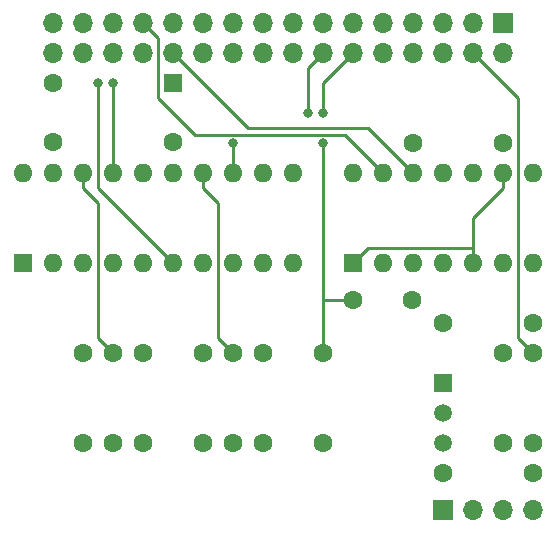
<source format=gbr>
%TF.GenerationSoftware,KiCad,Pcbnew,(6.0.5)*%
%TF.CreationDate,2022-06-01T11:59:12+02:00*%
%TF.ProjectId,ega_composite_output_feature_adapter,6567615f-6665-4617-9475-72655f616461,rev?*%
%TF.SameCoordinates,Original*%
%TF.FileFunction,Copper,L2,Bot*%
%TF.FilePolarity,Positive*%
%FSLAX46Y46*%
G04 Gerber Fmt 4.6, Leading zero omitted, Abs format (unit mm)*
G04 Created by KiCad (PCBNEW (6.0.5)) date 2022-06-01 11:59:12*
%MOMM*%
%LPD*%
G01*
G04 APERTURE LIST*
%TA.AperFunction,ComponentPad*%
%ADD10C,1.600000*%
%TD*%
%TA.AperFunction,ComponentPad*%
%ADD11R,1.700000X1.700000*%
%TD*%
%TA.AperFunction,ComponentPad*%
%ADD12O,1.700000X1.700000*%
%TD*%
%TA.AperFunction,ComponentPad*%
%ADD13R,1.600000X1.600000*%
%TD*%
%TA.AperFunction,ComponentPad*%
%ADD14R,1.500000X1.500000*%
%TD*%
%TA.AperFunction,ComponentPad*%
%ADD15C,1.500000*%
%TD*%
%TA.AperFunction,ComponentPad*%
%ADD16O,1.600000X1.600000*%
%TD*%
%TA.AperFunction,ViaPad*%
%ADD17C,0.800000*%
%TD*%
%TA.AperFunction,Conductor*%
%ADD18C,0.250000*%
%TD*%
G04 APERTURE END LIST*
D10*
%TO.P,REF\u002A\u002A,1*%
%TO.N,N/C*%
X142240000Y-93980000D03*
%TO.P,REF\u002A\u002A,2*%
X142240000Y-86360000D03*
%TD*%
D11*
%TO.P,REF\u002A\u002A,1*%
%TO.N,N/C*%
X167650000Y-99695000D03*
D12*
%TO.P,REF\u002A\u002A,2*%
X170190000Y-99695000D03*
%TO.P,REF\u002A\u002A,3*%
X172730000Y-99695000D03*
%TO.P,REF\u002A\u002A,4*%
X175270000Y-99695000D03*
%TD*%
D13*
%TO.P,REF\u002A\u002A,1*%
%TO.N,N/C*%
X144780000Y-63540000D03*
D10*
%TO.P,REF\u002A\u002A,2*%
X144780000Y-68540000D03*
%TD*%
%TO.P,REF\u002A\u002A,1*%
%TO.N,N/C*%
X147320000Y-93980000D03*
%TO.P,REF\u002A\u002A,2*%
X147320000Y-86360000D03*
%TD*%
%TO.P,REF\u002A\u002A,1*%
%TO.N,N/C*%
X137160000Y-93980000D03*
%TO.P,REF\u002A\u002A,2*%
X137160000Y-86360000D03*
%TD*%
%TO.P,REF\u002A\u002A,1*%
%TO.N,N/C*%
X149860000Y-93980000D03*
%TO.P,REF\u002A\u002A,2*%
X149860000Y-86360000D03*
%TD*%
%TO.P,REF\u002A\u002A,1*%
%TO.N,N/C*%
X134620000Y-68540000D03*
%TO.P,REF\u002A\u002A,2*%
X134620000Y-63540000D03*
%TD*%
%TO.P,REF\u002A\u002A,1*%
%TO.N,N/C*%
X172720000Y-93980000D03*
%TO.P,REF\u002A\u002A,2*%
X172720000Y-86360000D03*
%TD*%
D14*
%TO.P,REF\u002A\u002A,1*%
%TO.N,N/C*%
X167640000Y-88900000D03*
D15*
%TO.P,REF\u002A\u002A,2*%
X167640000Y-91440000D03*
%TO.P,REF\u002A\u002A,3*%
X167640000Y-93980000D03*
%TD*%
D10*
%TO.P,REF\u002A\u002A,1*%
%TO.N,N/C*%
X139700000Y-93980000D03*
%TO.P,REF\u002A\u002A,2*%
X139700000Y-86360000D03*
%TD*%
%TO.P,REF\u002A\u002A,1*%
%TO.N,N/C*%
X172720000Y-68580000D03*
%TO.P,REF\u002A\u002A,2*%
X165100000Y-68580000D03*
%TD*%
D13*
%TO.P,REF\u002A\u002A,1*%
%TO.N,N/C*%
X160020000Y-78740000D03*
D16*
%TO.P,REF\u002A\u002A,2*%
X162560000Y-78740000D03*
%TO.P,REF\u002A\u002A,3*%
X165100000Y-78740000D03*
%TO.P,REF\u002A\u002A,4*%
X167640000Y-78740000D03*
%TO.P,REF\u002A\u002A,5*%
X170180000Y-78740000D03*
%TO.P,REF\u002A\u002A,6*%
X172720000Y-78740000D03*
%TO.P,REF\u002A\u002A,7*%
X175260000Y-78740000D03*
%TO.P,REF\u002A\u002A,8*%
X175260000Y-71120000D03*
%TO.P,REF\u002A\u002A,9*%
X172720000Y-71120000D03*
%TO.P,REF\u002A\u002A,10*%
X170180000Y-71120000D03*
%TO.P,REF\u002A\u002A,11*%
X167640000Y-71120000D03*
%TO.P,REF\u002A\u002A,12*%
X165100000Y-71120000D03*
%TO.P,REF\u002A\u002A,13*%
X162560000Y-71120000D03*
%TO.P,REF\u002A\u002A,14*%
X160020000Y-71120000D03*
%TD*%
D10*
%TO.P,REF\u002A\u002A,1*%
%TO.N,N/C*%
X160020000Y-81915000D03*
%TO.P,REF\u002A\u002A,2*%
X165020000Y-81915000D03*
%TD*%
%TO.P,REF\u002A\u002A,1*%
%TO.N,N/C*%
X167640000Y-96520000D03*
%TO.P,REF\u002A\u002A,2*%
X175260000Y-96520000D03*
%TD*%
%TO.P,REF\u002A\u002A,1*%
%TO.N,N/C*%
X175260000Y-93980000D03*
%TO.P,REF\u002A\u002A,2*%
X175260000Y-86360000D03*
%TD*%
%TO.P,REF\u002A\u002A,1*%
%TO.N,N/C*%
X157480000Y-93980000D03*
%TO.P,REF\u002A\u002A,2*%
X157480000Y-86360000D03*
%TD*%
D13*
%TO.P,REF\u002A\u002A,1*%
%TO.N,N/C*%
X132080000Y-78740000D03*
D16*
%TO.P,REF\u002A\u002A,2*%
X134620000Y-78740000D03*
%TO.P,REF\u002A\u002A,3*%
X137160000Y-78740000D03*
%TO.P,REF\u002A\u002A,4*%
X139700000Y-78740000D03*
%TO.P,REF\u002A\u002A,5*%
X142240000Y-78740000D03*
%TO.P,REF\u002A\u002A,6*%
X144780000Y-78740000D03*
%TO.P,REF\u002A\u002A,7*%
X147320000Y-78740000D03*
%TO.P,REF\u002A\u002A,8*%
X149860000Y-78740000D03*
%TO.P,REF\u002A\u002A,9*%
X152400000Y-78740000D03*
%TO.P,REF\u002A\u002A,10*%
X154940000Y-78740000D03*
%TO.P,REF\u002A\u002A,11*%
X154940000Y-71120000D03*
%TO.P,REF\u002A\u002A,12*%
X152400000Y-71120000D03*
%TO.P,REF\u002A\u002A,13*%
X149860000Y-71120000D03*
%TO.P,REF\u002A\u002A,14*%
X147320000Y-71120000D03*
%TO.P,REF\u002A\u002A,15*%
X144780000Y-71120000D03*
%TO.P,REF\u002A\u002A,16*%
X142240000Y-71120000D03*
%TO.P,REF\u002A\u002A,17*%
X139700000Y-71120000D03*
%TO.P,REF\u002A\u002A,18*%
X137160000Y-71120000D03*
%TO.P,REF\u002A\u002A,19*%
X134620000Y-71120000D03*
%TO.P,REF\u002A\u002A,20*%
X132080000Y-71120000D03*
%TD*%
D10*
%TO.P,REF\u002A\u002A,1*%
%TO.N,N/C*%
X152400000Y-93980000D03*
%TO.P,REF\u002A\u002A,2*%
X152400000Y-86360000D03*
%TD*%
%TO.P,REF\u002A\u002A,1*%
%TO.N,N/C*%
X167640000Y-83820000D03*
%TO.P,REF\u002A\u002A,2*%
X175260000Y-83820000D03*
%TD*%
D11*
%TO.P,REF\u002A\u002A,1*%
%TO.N,N/C*%
X172720000Y-58415000D03*
D12*
%TO.P,REF\u002A\u002A,2*%
X172720000Y-60955000D03*
%TO.P,REF\u002A\u002A,3*%
X170180000Y-58415000D03*
%TO.P,REF\u002A\u002A,4*%
X170180000Y-60955000D03*
%TO.P,REF\u002A\u002A,5*%
X167640000Y-58415000D03*
%TO.P,REF\u002A\u002A,6*%
X167640000Y-60955000D03*
%TO.P,REF\u002A\u002A,7*%
X165100000Y-58415000D03*
%TO.P,REF\u002A\u002A,8*%
X165100000Y-60955000D03*
%TO.P,REF\u002A\u002A,9*%
X162560000Y-58415000D03*
%TO.P,REF\u002A\u002A,10*%
X162560000Y-60955000D03*
%TO.P,REF\u002A\u002A,11*%
X160020000Y-58415000D03*
%TO.P,REF\u002A\u002A,12*%
X160020000Y-60955000D03*
%TO.P,REF\u002A\u002A,13*%
X157480000Y-58415000D03*
%TO.P,REF\u002A\u002A,14*%
X157480000Y-60955000D03*
%TO.P,REF\u002A\u002A,15*%
X154940000Y-58415000D03*
%TO.P,REF\u002A\u002A,16*%
X154940000Y-60955000D03*
%TO.P,REF\u002A\u002A,17*%
X152400000Y-58415000D03*
%TO.P,REF\u002A\u002A,18*%
X152400000Y-60955000D03*
%TO.P,REF\u002A\u002A,19*%
X149860000Y-58415000D03*
%TO.P,REF\u002A\u002A,20*%
X149860000Y-60955000D03*
%TO.P,REF\u002A\u002A,21*%
X147320000Y-58415000D03*
%TO.P,REF\u002A\u002A,22*%
X147320000Y-60955000D03*
%TO.P,REF\u002A\u002A,23*%
X144780000Y-58415000D03*
%TO.P,REF\u002A\u002A,24*%
X144780000Y-60955000D03*
%TO.P,REF\u002A\u002A,25*%
X142240000Y-58415000D03*
%TO.P,REF\u002A\u002A,26*%
X142240000Y-60955000D03*
%TO.P,REF\u002A\u002A,27*%
X139700000Y-58415000D03*
%TO.P,REF\u002A\u002A,28*%
X139700000Y-60955000D03*
%TO.P,REF\u002A\u002A,29*%
X137160000Y-58415000D03*
%TO.P,REF\u002A\u002A,30*%
X137160000Y-60955000D03*
%TO.P,REF\u002A\u002A,31*%
X134620000Y-58415000D03*
%TO.P,REF\u002A\u002A,32*%
X134620000Y-60955000D03*
%TD*%
D17*
%TO.N,*%
X157480000Y-68580000D03*
X138430000Y-63500000D03*
X157480000Y-66040000D03*
X139700000Y-63500000D03*
X156210000Y-66040000D03*
X149860000Y-68580000D03*
%TD*%
D18*
%TO.N,*%
X161290000Y-77470000D02*
X160020000Y-78740000D01*
X170180000Y-77470000D02*
X161290000Y-77470000D01*
X157480000Y-81915000D02*
X160020000Y-81915000D01*
X157480000Y-81915000D02*
X157480000Y-86360000D01*
X157480000Y-81280000D02*
X157480000Y-81915000D01*
X157480000Y-68580000D02*
X157480000Y-81280000D01*
X151130000Y-67310000D02*
X151130000Y-67305000D01*
X161290000Y-67310000D02*
X151130000Y-67310000D01*
X165100000Y-71120000D02*
X161290000Y-67310000D01*
X151130000Y-67305000D02*
X144780000Y-60955000D01*
X143510000Y-64770000D02*
X143510000Y-59685000D01*
X146685000Y-67945000D02*
X143510000Y-64770000D01*
X143510000Y-59685000D02*
X142240000Y-58415000D01*
X159385000Y-67945000D02*
X146685000Y-67945000D01*
X162560000Y-71120000D02*
X159385000Y-67945000D01*
X139700000Y-63500000D02*
X139700000Y-71120000D01*
X138430000Y-72390000D02*
X144780000Y-78740000D01*
X138430000Y-63500000D02*
X138430000Y-72390000D01*
X156210000Y-62225000D02*
X157480000Y-60955000D01*
X156210000Y-66040000D02*
X156210000Y-62225000D01*
X157480000Y-63495000D02*
X160020000Y-60955000D01*
X157480000Y-66040000D02*
X157480000Y-63495000D01*
X173990000Y-64770000D02*
X173990000Y-85090000D01*
X173990000Y-85090000D02*
X175260000Y-86360000D01*
X170180000Y-60960000D02*
X173990000Y-64770000D01*
X170180000Y-60955000D02*
X170180000Y-60960000D01*
X147320000Y-71120000D02*
X147320000Y-72390000D01*
X148590000Y-73660000D02*
X148590000Y-85090000D01*
X149860000Y-68580000D02*
X149860000Y-71120000D01*
X147320000Y-72390000D02*
X148590000Y-73660000D01*
X137160000Y-72390000D02*
X138430000Y-73660000D01*
X172720000Y-71120000D02*
X172720000Y-72390000D01*
X172720000Y-72390000D02*
X170180000Y-74930000D01*
X138430000Y-85090000D02*
X139700000Y-86360000D01*
X138430000Y-73660000D02*
X138430000Y-85090000D01*
X137160000Y-71120000D02*
X137160000Y-72390000D01*
X170180000Y-74930000D02*
X170180000Y-78740000D01*
X148590000Y-85090000D02*
X149860000Y-86360000D01*
%TD*%
M02*

</source>
